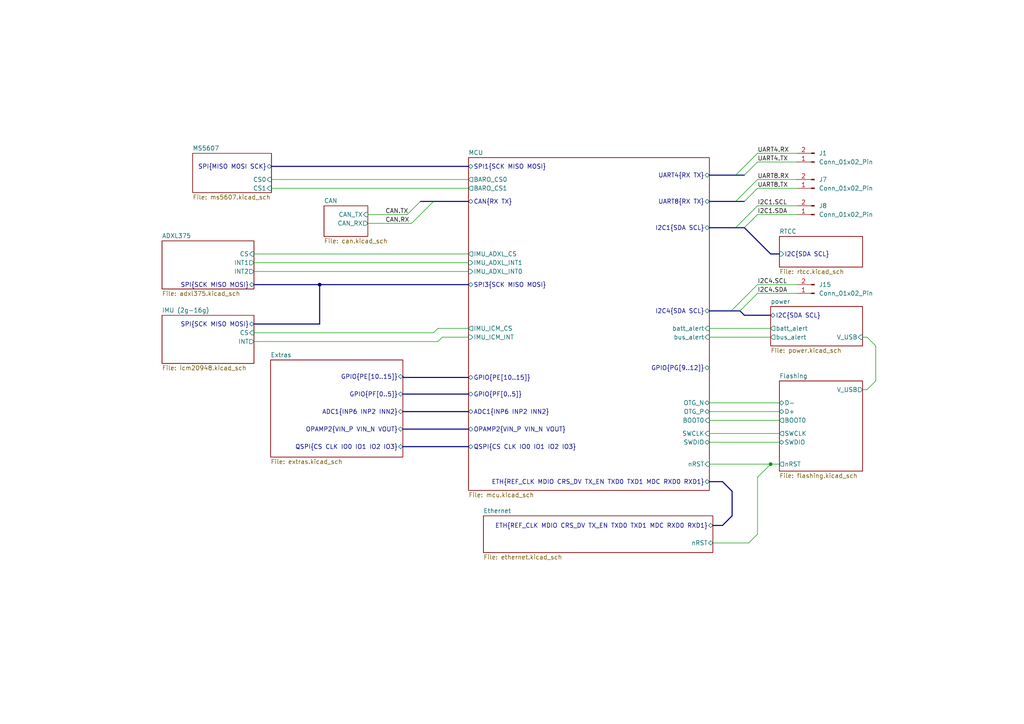
<source format=kicad_sch>
(kicad_sch (version 20250114) (generator "eeschema") (generator_version "9.0")
  (paper "A4")
  (lib_symbols
    (symbol "Connector:Conn_01x02_Pin" (pin_names (offset 1.016) (hide yes))
      (property "Reference" "J" (at 0 2.54 0))
      (property "Value" "Conn_01x02_Pin" (at 0 -5.08 0))
      (symbol "Conn_01x02_Pin_1_1"
        (rectangle (start 0.8636 0.127) (end 0 -0.127) (stroke (width 0.1524)) (fill (type outline)))
        (rectangle (start 0.8636 -2.413) (end 0 -2.667) (stroke (width 0.1524)) (fill (type outline)))
        (polyline (pts (xy 1.27 0) (xy 0.8636 0)) (stroke (width 0.1524)))
        (polyline (pts (xy 1.27 -2.54) (xy 0.8636 -2.54)) (stroke (width 0.1524)))
        (pin passive line (at 5.08 0 180) (length 3.81) (name "Pin_1") (number "1"))
        (pin passive line (at 5.08 -2.54 180) (length 3.81) (name "Pin_2") (number "2"))
      )
    )
  )
  (junction (at 92.71 82.55))
  (junction (at 223.52 134.62))
  (bus_entry (at 213.36 50.8) (size 2.54 -2.54))
  (bus_entry (at 215.9 58.42) (size 2.54 -2.54))
  (bus_entry (at 125.73 58.42) (size -2.54 2.54))
  (bus_entry (at 215.9 66.04) (size 2.54 -2.54))
  (bus_entry (at 213.36 66.04) (size 2.54 -2.54))
  (bus_entry (at 213.36 58.42) (size 2.54 -2.54))
  (bus_entry (at 121.92 58.42) (size -2.54 2.54))
  (bus_entry (at 215.9 50.8) (size 2.54 -2.54))
  (bus_entry (at 214.63 90.17) (size 2.54 -2.54))
  (bus_entry (at 212.09 90.17) (size 2.54 -2.54))
  (wire (pts (xy 219.71 54.61) (xy 218.44 55.88)))
  (wire (pts (xy 205.74 125.73) (xy 226.06 125.73)))
  (wire (pts (xy 231.14 62.23) (xy 219.71 62.23)))
  (wire (pts (xy 125.73 96.52) (xy 127 95.25)))
  (wire (pts (xy 219.71 82.55) (xy 231.14 82.55)))
  (wire (pts (xy 219.71 44.45) (xy 231.14 44.45)))
  (wire (pts (xy 254 100.33) (xy 251.46 97.79)))
  (bus (pts (xy 212.344 149.606) (xy 212.344 142.494)))
  (wire (pts (xy 106.68 62.23) (xy 118.11 62.23)))
  (bus (pts (xy 73.66 82.55) (xy 92.71 82.55)))
  (wire (pts (xy 73.66 99.06) (xy 127 99.06)))
  (bus (pts (xy 73.66 93.98) (xy 92.71 93.98)))
  (bus (pts (xy 125.73 58.42) (xy 135.89 58.42)))
  (bus (pts (xy 212.09 90.17) (xy 214.63 90.17)))
  (wire (pts (xy 251.46 113.03) (xy 254 110.49)))
  (wire (pts (xy 78.74 54.61) (xy 135.89 54.61)))
  (wire (pts (xy 127 95.25) (xy 135.89 95.25)))
  (wire (pts (xy 231.14 46.99) (xy 219.71 46.99)))
  (bus (pts (xy 223.52 73.66) (xy 226.06 73.66)))
  (wire (pts (xy 128.27 97.79) (xy 127 99.06)))
  (wire (pts (xy 217.17 87.63) (xy 219.71 85.09)))
  (wire (pts (xy 223.52 95.25) (xy 205.74 95.25)))
  (bus (pts (xy 209.55 139.7) (xy 212.344 142.494)))
  (wire (pts (xy 215.9 48.26) (xy 219.71 44.45)))
  (wire (pts (xy 254 110.49) (xy 254 100.33)))
  (bus (pts (xy 117.094 109.474) (xy 135.89 109.474)))
  (wire (pts (xy 219.71 59.69) (xy 231.14 59.69)))
  (wire (pts (xy 250.19 113.03) (xy 251.46 113.03)))
  (wire (pts (xy 219.71 62.23) (xy 218.44 63.5)))
  (wire (pts (xy 231.14 85.09) (xy 219.71 85.09)))
  (bus (pts (xy 223.52 91.44) (xy 215.9 91.44)))
  (bus (pts (xy 116.84 124.46) (xy 135.89 124.46)))
  (wire (pts (xy 106.68 64.77) (xy 119.38 64.77)))
  (wire (pts (xy 128.27 97.79) (xy 135.89 97.79)))
  (wire (pts (xy 205.74 97.79) (xy 223.52 97.79)))
  (bus (pts (xy 205.74 139.7) (xy 209.55 139.7)))
  (bus (pts (xy 121.92 58.42) (xy 125.73 58.42)))
  (bus (pts (xy 209.55 152.4) (xy 212.344 149.606)))
  (wire (pts (xy 223.52 134.62) (xy 226.06 134.62)))
  (wire (pts (xy 219.71 46.99) (xy 218.44 48.26)))
  (bus (pts (xy 205.74 50.8) (xy 213.36 50.8)))
  (bus (pts (xy 92.71 82.55) (xy 92.71 93.98)))
  (bus (pts (xy 215.9 91.44) (xy 214.63 90.17)))
  (bus (pts (xy 213.36 50.8) (xy 215.9 50.8)))
  (bus (pts (xy 223.52 73.66) (xy 215.9 66.04)))
  (wire (pts (xy 118.11 62.23) (xy 119.38 60.96)))
  (wire (pts (xy 205.74 121.92) (xy 226.06 121.92)))
  (wire (pts (xy 215.9 55.88) (xy 219.71 52.07)))
  (wire (pts (xy 205.74 134.62) (xy 223.52 134.62)))
  (bus (pts (xy 116.84 114.3) (xy 135.89 114.3)))
  (wire (pts (xy 219.71 154.94) (xy 219.71 138.43)))
  (bus (pts (xy 78.74 48.26) (xy 135.89 48.26)))
  (wire (pts (xy 231.14 54.61) (xy 219.71 54.61)))
  (bus (pts (xy 205.74 58.42) (xy 213.36 58.42)))
  (bus (pts (xy 213.36 58.42) (xy 215.9 58.42)))
  (wire (pts (xy 219.71 138.43) (xy 223.52 134.62)))
  (wire (pts (xy 73.66 76.2) (xy 135.89 76.2)))
  (bus (pts (xy 117.094 109.474) (xy 116.84 109.22)))
  (wire (pts (xy 205.74 128.27) (xy 226.06 128.27)))
  (wire (pts (xy 214.63 87.63) (xy 219.71 82.55)))
  (wire (pts (xy 78.74 52.07) (xy 135.89 52.07)))
  (bus (pts (xy 213.36 66.04) (xy 215.9 66.04)))
  (bus (pts (xy 116.84 129.54) (xy 135.89 129.54)))
  (wire (pts (xy 217.17 157.48) (xy 219.71 154.94)))
  (bus (pts (xy 92.71 82.55) (xy 135.89 82.55)))
  (wire (pts (xy 123.19 60.96) (xy 119.38 64.77)))
  (bus (pts (xy 205.74 90.17) (xy 212.09 90.17)))
  (wire (pts (xy 73.66 96.52) (xy 125.73 96.52)))
  (wire (pts (xy 250.19 97.79) (xy 251.46 97.79)))
  (wire (pts (xy 206.756 157.48) (xy 217.17 157.48)))
  (wire (pts (xy 215.9 63.5) (xy 219.71 59.69)))
  (wire (pts (xy 73.66 78.74) (xy 135.89 78.74)))
  (wire (pts (xy 205.74 119.38) (xy 226.06 119.38)))
  (bus (pts (xy 206.756 152.4) (xy 209.55 152.4)))
  (bus (pts (xy 205.74 66.04) (xy 213.36 66.04)))
  (wire (pts (xy 73.66 73.66) (xy 135.89 73.66)))
  (bus (pts (xy 116.84 119.38) (xy 135.89 119.38)))
  (wire (pts (xy 205.74 116.84) (xy 226.06 116.84)))
  (wire (pts (xy 219.71 52.07) (xy 231.14 52.07)))
  (label "UART4.RX" (at 219.71 44.45 0))
  (label "I2C4.SCL" (at 219.71 82.55 0))
  (label "UART8.TX" (at 219.71 54.61 0))
  (label "I2C1.SDA" (at 219.71 62.23 0))
  (label "UART4.TX" (at 219.71 46.99 0))
  (label "UART8.RX" (at 219.71 52.07 0))
  (label "I2C1.SCL" (at 219.71 59.69 0))
  (label "I2C4.SDA" (at 219.71 85.09 0))
  (label "CAN.TX" (at 111.76 62.23 0))
  (label "CAN.RX" (at 111.76 64.77 0))
  (symbol (lib_id "Connector:Conn_01x02_Pin") (at 236.22 46.99 180) (unit 1)
    (property "Reference" "J1" (at 237.49 44.4499 0) (effects (justify right)))
    (property "Value" "Conn_01x02_Pin" (at 237.49 46.9899 0) (effects (justify right)))
    (property "Footprint" "Connector_PinHeader_2.54mm:PinHeader_1x02_P2.54mm_Vertical" (effects (hide yes)))
    (property "Description" "Generic connector, single row, 01x02, script generated" (effects (hide yes)))
  )
  (symbol (lib_id "Connector:Conn_01x02_Pin") (at 236.22 62.23 180) (unit 1)
    (property "Reference" "J8" (at 237.49 59.6899 0) (effects (justify right)))
    (property "Value" "Conn_01x02_Pin" (at 237.49 62.2299 0) (effects (justify right)))
    (property "Footprint" "Connector_PinHeader_2.54mm:PinHeader_1x02_P2.54mm_Vertical" (effects (hide yes)))
    (property "Description" "Generic connector, single row, 01x02, script generated" (effects (hide yes)))
  )
  (symbol (lib_id "Connector:Conn_01x02_Pin") (at 236.22 54.61 180) (unit 1)
    (property "Reference" "J7" (at 237.49 52.0699 0) (effects (justify right)))
    (property "Value" "Conn_01x02_Pin" (at 237.49 54.6099 0) (effects (justify right)))
    (property "Footprint" "Connector_PinHeader_2.54mm:PinHeader_1x02_P2.54mm_Vertical" (effects (hide yes)))
    (property "Description" "Generic connector, single row, 01x02, script generated" (effects (hide yes)))
  )
  (symbol (lib_id "Connector:Conn_01x02_Pin") (at 236.22 85.09 180) (unit 1)
    (property "Reference" "J15" (at 237.49 82.5499 0) (effects (justify right)))
    (property "Value" "Conn_01x02_Pin" (at 237.49 85.0899 0) (effects (justify right)))
    (property "Footprint" "Connector_PinHeader_2.54mm:PinHeader_1x02_P2.54mm_Vertical" (effects (hide yes)))
    (property "Description" "Generic connector, single row, 01x02, script generated" (effects (hide yes)))
  )
  (sheet (at 135.89 45.72) (size 69.85 96.52) (stroke (width 0.1524))
    (property "Sheetname" "MCU" (at 135.89 45.0084 0) (effects (justify left bottom)))
    (property "Sheetfile" "mcu.kicad_sch" (at 135.89 142.8246 0) (effects (justify left top)))
    (pin "ADC1{INP6 INP2 INN2}" bidirectional (at 135.89 119.38 180))
    (pin "CAN{RX TX}" bidirectional (at 135.89 58.42 180))
    (pin "ETH{REF_CLK MDIO CRS_DV TX_EN TXD0 TXD1 MDC RXD0 RXD1}" bidirectional (at 205.74 139.7 0))
    (pin "I2C1{SDA SCL}" bidirectional (at 205.74 66.04 0))
    (pin "SPI1{SCK MISO MOSI}" bidirectional (at 135.89 48.26 180))
    (pin "I2C4{SDA SCL}" bidirectional (at 205.74 90.17 0))
    (pin "OPAMP2{VIN_P VIN_N VOUT}" bidirectional (at 135.89 124.46 180))
    (pin "QSPI{CS CLK IO0 IO1 IO2 IO3}" bidirectional (at 135.89 129.54 180))
    (pin "UART4{RX TX}" bidirectional (at 205.74 50.8 0))
    (pin "nRST" input (at 205.74 134.62 0))
    (pin "SPI3{SCK MISO MOSI}" bidirectional (at 135.89 82.55 180))
    (pin "BARO_CS0" output (at 135.89 52.07 180))
    (pin "BARO_CS1" output (at 135.89 54.61 180))
    (pin "IMU_ADXL_CS" output (at 135.89 73.66 180))
    (pin "IMU_ADXL_INT1" input (at 135.89 76.2 180))
    (pin "IMU_ICM_CS" output (at 135.89 95.25 180))
    (pin "IMU_ICM_INT" input (at 135.89 97.79 180))
    (pin "batt_alert" input (at 205.74 95.25 0))
    (pin "bus_alert" input (at 205.74 97.79 0))
    (pin "UART8{RX TX}" bidirectional (at 205.74 58.42 0))
    (pin "OTG_N" bidirectional (at 205.74 116.84 0))
    (pin "OTG_P" bidirectional (at 205.74 119.38 0))
    (pin "SWCLK" input (at 205.74 125.73 0))
    (pin "SWDIO" bidirectional (at 205.74 128.27 0))
    (pin "BOOT0" input (at 205.74 121.92 0))
    (pin "GPIO{PF[0..5]}" bidirectional (at 135.89 114.3 180))
    (pin "GPIO{PE[10..15]}" bidirectional (at 135.89 109.474 180))
    (pin "GPIO{PG[9..12]}" bidirectional (at 205.74 106.68 0))
    (pin "IMU_ADXL_INT0" input (at 135.89 78.74 180))
  )
  (sheet (at 78.486 104.394) (size 38.354 28.194) (stroke (width 0.1524))
    (property "Sheetname" "Extras" (at 78.486 103.6824 0) (effects (justify left bottom)))
    (property "Sheetfile" "extras.kicad_sch" (at 78.486 133.1726 0) (effects (justify left top)))
    (pin "ADC1{INP6 INP2 INN2}" bidirectional (at 116.84 119.38 0))
    (pin "OPAMP2{VIN_P VIN_N VOUT}" bidirectional (at 116.84 124.46 0))
    (pin "QSPI{CS CLK IO0 IO1 IO2 IO3}" bidirectional (at 116.84 129.54 0))
    (pin "GPIO{PF[0..5]}" bidirectional (at 116.84 114.3 0))
    (pin "GPIO{PE[10..15]}" bidirectional (at 116.84 109.22 0))
  )
  (sheet (at 93.98 59.69) (size 12.7 8.89) (stroke (width 0.1524))
    (property "Sheetname" "CAN" (at 93.98 58.9784 0) (effects (justify left bottom)))
    (property "Sheetfile" "can.kicad_sch" (at 93.98 69.1646 0) (effects (justify left top)))
    (pin "CAN_RX" output (at 106.68 64.77 0))
    (pin "CAN_TX" input (at 106.68 62.23 0))
  )
  (sheet (at 46.99 91.44) (size 26.67 13.97) (stroke (width 0.1524))
    (property "Sheetname" "IMU (2g-16g)" (at 46.99 90.7284 0) (effects (justify left bottom)))
    (property "Sheetfile" "icm20948.kicad_sch" (at 46.99 105.9946 0) (effects (justify left top)))
    (pin "CS" input (at 73.66 96.52 0))
    (pin "INT" output (at 73.66 99.06 0))
    (pin "SPI{SCK MISO MOSI}" bidirectional (at 73.66 93.98 0))
  )
  (sheet (at 140.208 149.606) (size 66.548 10.668) (stroke (width 0.1524))
    (property "Sheetname" "Ethernet" (at 140.208 148.8944 0) (effects (justify left bottom)))
    (property "Sheetfile" "ethernet.kicad_sch" (at 140.208 160.8586 0) (effects (justify left top)))
    (pin "ETH{REF_CLK MDIO CRS_DV TX_EN TXD0 TXD1 MDC RXD0 RXD1}" bidirectional (at 206.756 152.4 0))
    (pin "nRST" bidirectional (at 206.756 157.48 0))
  )
  (sheet (at 55.88 44.45) (size 22.86 11.43) (stroke (width 0.1524))
    (property "Sheetname" "MS5607" (at 55.88 43.7384 0) (effects (justify left bottom)))
    (property "Sheetfile" "ms5607.kicad_sch" (at 55.88 56.4646 0) (effects (justify left top)))
    (pin "CS0" input (at 78.74 52.07 0))
    (pin "CS1" input (at 78.74 54.61 0))
    (pin "SPI{MISO MOSI SCK}" bidirectional (at 78.74 48.26 0))
  )
  (sheet (at 226.06 68.58) (size 24.13 8.89) (stroke (width 0.1524))
    (property "Sheetname" "RTCC" (at 226.06 67.8684 0) (effects (justify left bottom)))
    (property "Sheetfile" "rtcc.kicad_sch" (at 226.06 78.0546 0) (effects (justify left top)))
    (pin "I2C{SDA SCL}" input (at 226.06 73.66 180))
  )
  (sheet (at 223.52 88.9) (size 26.67 11.43) (stroke (width 0.1524))
    (property "Sheetname" "power" (at 223.52 88.1884 0) (effects (justify left bottom)))
    (property "Sheetfile" "power.kicad_sch" (at 223.52 100.9146 0) (effects (justify left top)))
    (pin "I2C{SDA SCL}" bidirectional (at 223.52 91.44 180))
    (pin "batt_alert" output (at 223.52 95.25 180))
    (pin "bus_alert" output (at 223.52 97.79 180))
    (pin "V_USB" input (at 250.19 97.79 0))
  )
  (sheet (at 46.99 69.85) (size 26.67 13.97) (stroke (width 0.1524))
    (property "Sheetname" "ADXL375" (at 46.99 69.1384 0) (effects (justify left bottom)))
    (property "Sheetfile" "adxl375.kicad_sch" (at 46.99 84.4046 0) (effects (justify left top)))
    (pin "CS" input (at 73.66 73.66 0))
    (pin "INT1" output (at 73.66 76.2 0))
    (pin "INT2" output (at 73.66 78.74 0))
    (pin "SPI{SCK MISO MOSI}" bidirectional (at 73.66 82.55 0))
  )
  (sheet (at 226.06 110.49) (size 24.13 26.162) (stroke (width 0.1524))
    (property "Sheetname" "Flashing" (at 226.06 109.7784 0) (effects (justify left bottom)))
    (property "Sheetfile" "flashing.kicad_sch" (at 226.06 137.2366 0) (effects (justify left top)))
    (pin "nRST" output (at 226.06 134.62 180))
    (pin "SWCLK" output (at 226.06 125.73 180))
    (pin "SWDIO" bidirectional (at 226.06 128.27 180))
    (pin "V_USB" output (at 250.19 113.03 0))
    (pin "D+" bidirectional (at 226.06 119.38 180))
    (pin "D-" bidirectional (at 226.06 116.84 180))
    (pin "BOOT0" output (at 226.06 121.92 180))
  )
)
</source>
